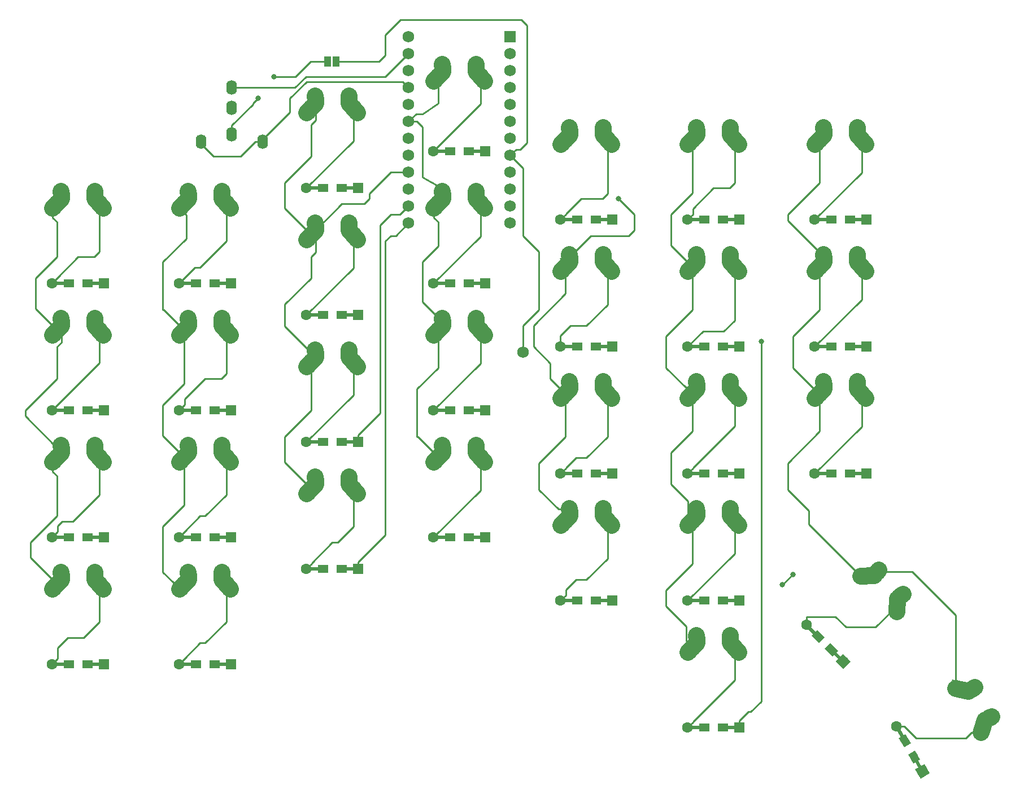
<source format=gtl>
G04 #@! TF.GenerationSoftware,KiCad,Pcbnew,(5.1.2)-2*
G04 #@! TF.CreationDate,2019-06-19T23:20:38-05:00*
G04 #@! TF.ProjectId,BlastersRev2,426c6173-7465-4727-9352-6576322e6b69,rev?*
G04 #@! TF.SameCoordinates,Original*
G04 #@! TF.FileFunction,Copper,L1,Top*
G04 #@! TF.FilePolarity,Positive*
%FSLAX46Y46*%
G04 Gerber Fmt 4.6, Leading zero omitted, Abs format (unit mm)*
G04 Created by KiCad (PCBNEW (5.1.2)-2) date 2019-06-19 23:20:38*
%MOMM*%
%LPD*%
G04 APERTURE LIST*
%ADD10C,1.752600*%
%ADD11R,1.000000X1.500000*%
%ADD12O,1.600000X2.200000*%
%ADD13R,2.900000X0.500000*%
%ADD14R,1.600000X1.600000*%
%ADD15C,1.600000*%
%ADD16R,1.600000X1.200000*%
%ADD17C,0.500000*%
%ADD18C,0.100000*%
%ADD19C,1.200000*%
%ADD20C,2.500000*%
%ADD21C,2.500000*%
%ADD22C,2.000000*%
%ADD23R,1.752600X1.752600*%
%ADD24C,0.800000*%
%ADD25C,0.250000*%
G04 APERTURE END LIST*
D10*
X133350000Y-104775000D03*
D11*
X104070000Y-61190000D03*
X105370000Y-61190000D03*
D12*
X94293750Y-73212500D03*
X85093750Y-73212500D03*
X89693750Y-72112500D03*
X89693750Y-65112500D03*
X89693750Y-68112500D03*
D13*
X145375000Y-84931250D03*
X140375000Y-84931250D03*
D14*
X146775000Y-84931250D03*
D15*
X138975000Y-84931250D03*
D16*
X141475000Y-84931250D03*
X144275000Y-84931250D03*
X144275000Y-103981250D03*
X141475000Y-103981250D03*
D15*
X138975000Y-103981250D03*
D14*
X146775000Y-103981250D03*
D13*
X140375000Y-103981250D03*
X145375000Y-103981250D03*
X145375000Y-123031250D03*
X140375000Y-123031250D03*
D14*
X146775000Y-123031250D03*
D15*
X138975000Y-123031250D03*
D16*
X141475000Y-123031250D03*
X144275000Y-123031250D03*
X144275000Y-142081250D03*
X141475000Y-142081250D03*
D15*
X138975000Y-142081250D03*
D14*
X146775000Y-142081250D03*
D13*
X140375000Y-142081250D03*
X145375000Y-142081250D03*
X164425000Y-84931250D03*
X159425000Y-84931250D03*
D14*
X165825000Y-84931250D03*
D15*
X158025000Y-84931250D03*
D16*
X160525000Y-84931250D03*
X163325000Y-84931250D03*
X163325000Y-103981250D03*
X160525000Y-103981250D03*
D15*
X158025000Y-103981250D03*
D14*
X165825000Y-103981250D03*
D13*
X159425000Y-103981250D03*
X164425000Y-103981250D03*
X164425000Y-123031250D03*
X159425000Y-123031250D03*
D14*
X165825000Y-123031250D03*
D15*
X158025000Y-123031250D03*
D16*
X160525000Y-123031250D03*
X163325000Y-123031250D03*
X163325000Y-142081250D03*
X160525000Y-142081250D03*
D15*
X158025000Y-142081250D03*
D14*
X165825000Y-142081250D03*
D13*
X159425000Y-142081250D03*
X164425000Y-142081250D03*
X164425000Y-161131250D03*
X159425000Y-161131250D03*
D14*
X165825000Y-161131250D03*
D15*
X158025000Y-161131250D03*
D16*
X160525000Y-161131250D03*
X163325000Y-161131250D03*
X182375000Y-84931250D03*
X179575000Y-84931250D03*
D15*
X177075000Y-84931250D03*
D14*
X184875000Y-84931250D03*
D13*
X178475000Y-84931250D03*
X183475000Y-84931250D03*
X183475000Y-103981250D03*
X178475000Y-103981250D03*
D14*
X184875000Y-103981250D03*
D15*
X177075000Y-103981250D03*
D16*
X179575000Y-103981250D03*
X182375000Y-103981250D03*
X182375000Y-123031250D03*
X179575000Y-123031250D03*
D15*
X177075000Y-123031250D03*
D14*
X184875000Y-123031250D03*
D13*
X178475000Y-123031250D03*
X183475000Y-123031250D03*
D17*
X192543750Y-166471314D03*
D18*
G36*
X191602244Y-165340577D02*
G01*
X192035256Y-165090577D01*
X193485256Y-167602051D01*
X193052244Y-167852051D01*
X191602244Y-165340577D01*
X191602244Y-165340577D01*
G37*
D17*
X190043750Y-162141186D03*
D18*
G36*
X189102244Y-161010449D02*
G01*
X189535256Y-160760449D01*
X190985256Y-163271923D01*
X190552244Y-163521923D01*
X189102244Y-161010449D01*
X189102244Y-161010449D01*
G37*
D15*
X193243750Y-167683749D03*
D18*
G36*
X192150930Y-167390929D02*
G01*
X193536570Y-166590929D01*
X194336570Y-167976569D01*
X192950930Y-168776569D01*
X192150930Y-167390929D01*
X192150930Y-167390929D01*
G37*
D15*
X189343750Y-160928751D03*
D19*
X190593750Y-163093814D03*
D18*
G36*
X189674135Y-162700994D02*
G01*
X190713365Y-162100994D01*
X191513365Y-163486634D01*
X190474135Y-164086634D01*
X189674135Y-162700994D01*
X189674135Y-162700994D01*
G37*
D19*
X191993750Y-165518686D03*
D18*
G36*
X191074135Y-165125866D02*
G01*
X192113365Y-164525866D01*
X192913365Y-165911506D01*
X191874135Y-166511506D01*
X191074135Y-165125866D01*
X191074135Y-165125866D01*
G37*
D16*
X68075000Y-113506250D03*
X65275000Y-113506250D03*
D15*
X62775000Y-113506250D03*
D14*
X70575000Y-113506250D03*
D13*
X64175000Y-113506250D03*
X69175000Y-113506250D03*
X126325000Y-113506250D03*
X121325000Y-113506250D03*
D14*
X127725000Y-113506250D03*
D15*
X119925000Y-113506250D03*
D16*
X122425000Y-113506250D03*
X125225000Y-113506250D03*
X125225000Y-132556250D03*
X122425000Y-132556250D03*
D15*
X119925000Y-132556250D03*
D14*
X127725000Y-132556250D03*
D13*
X121325000Y-132556250D03*
X126325000Y-132556250D03*
D17*
X180361517Y-150199017D03*
D18*
G36*
X179159435Y-149350489D02*
G01*
X179512989Y-148996935D01*
X181563599Y-151047545D01*
X181210045Y-151401099D01*
X179159435Y-149350489D01*
X179159435Y-149350489D01*
G37*
D17*
X176825983Y-146663483D03*
D18*
G36*
X175623901Y-145814955D02*
G01*
X175977455Y-145461401D01*
X178028065Y-147512011D01*
X177674511Y-147865565D01*
X175623901Y-145814955D01*
X175623901Y-145814955D01*
G37*
D15*
X181351466Y-151188966D03*
D18*
G36*
X180220095Y-151188966D02*
G01*
X181351466Y-150057595D01*
X182482837Y-151188966D01*
X181351466Y-152320337D01*
X180220095Y-151188966D01*
X180220095Y-151188966D01*
G37*
D15*
X175836034Y-145673534D03*
D19*
X177603801Y-147441301D03*
D18*
G36*
X176613852Y-147299880D02*
G01*
X177462380Y-146451352D01*
X178593750Y-147582722D01*
X177745222Y-148431250D01*
X176613852Y-147299880D01*
X176613852Y-147299880D01*
G37*
D19*
X179583699Y-149421199D03*
D18*
G36*
X178593750Y-149279778D02*
G01*
X179442278Y-148431250D01*
X180573648Y-149562620D01*
X179725120Y-150411148D01*
X178593750Y-149279778D01*
X178593750Y-149279778D01*
G37*
D16*
X68075000Y-94456250D03*
X65275000Y-94456250D03*
D15*
X62775000Y-94456250D03*
D14*
X70575000Y-94456250D03*
D13*
X64175000Y-94456250D03*
X69175000Y-94456250D03*
X69175000Y-132556250D03*
X64175000Y-132556250D03*
D14*
X70575000Y-132556250D03*
D15*
X62775000Y-132556250D03*
D16*
X65275000Y-132556250D03*
X68075000Y-132556250D03*
X68075000Y-151606250D03*
X65275000Y-151606250D03*
D15*
X62775000Y-151606250D03*
D14*
X70575000Y-151606250D03*
D13*
X64175000Y-151606250D03*
X69175000Y-151606250D03*
X88225000Y-94456250D03*
X83225000Y-94456250D03*
D14*
X89625000Y-94456250D03*
D15*
X81825000Y-94456250D03*
D16*
X84325000Y-94456250D03*
X87125000Y-94456250D03*
X87125000Y-113506250D03*
X84325000Y-113506250D03*
D15*
X81825000Y-113506250D03*
D14*
X89625000Y-113506250D03*
D13*
X83225000Y-113506250D03*
X88225000Y-113506250D03*
X88225000Y-132556250D03*
X83225000Y-132556250D03*
D14*
X89625000Y-132556250D03*
D15*
X81825000Y-132556250D03*
D16*
X84325000Y-132556250D03*
X87125000Y-132556250D03*
X87125000Y-151606250D03*
X84325000Y-151606250D03*
D15*
X81825000Y-151606250D03*
D14*
X89625000Y-151606250D03*
D13*
X83225000Y-151606250D03*
X88225000Y-151606250D03*
D16*
X106175000Y-80168750D03*
X103375000Y-80168750D03*
D15*
X100875000Y-80168750D03*
D14*
X108675000Y-80168750D03*
D13*
X102275000Y-80168750D03*
X107275000Y-80168750D03*
X107275000Y-99218750D03*
X102275000Y-99218750D03*
D14*
X108675000Y-99218750D03*
D15*
X100875000Y-99218750D03*
D16*
X103375000Y-99218750D03*
X106175000Y-99218750D03*
X106175000Y-118268750D03*
X103375000Y-118268750D03*
D15*
X100875000Y-118268750D03*
D14*
X108675000Y-118268750D03*
D13*
X102275000Y-118268750D03*
X107275000Y-118268750D03*
X107275000Y-137318750D03*
X102275000Y-137318750D03*
D14*
X108675000Y-137318750D03*
D15*
X100875000Y-137318750D03*
D16*
X103375000Y-137318750D03*
X106175000Y-137318750D03*
D13*
X126325000Y-74612500D03*
X121325000Y-74612500D03*
D14*
X127725000Y-74612500D03*
D15*
X119925000Y-74612500D03*
D16*
X122425000Y-74612500D03*
X125225000Y-74612500D03*
X125225000Y-94456250D03*
X122425000Y-94456250D03*
D15*
X119925000Y-94456250D03*
D14*
X127725000Y-94456250D03*
D13*
X121325000Y-94456250D03*
X126325000Y-94456250D03*
D20*
X69195000Y-99985000D03*
D21*
X69214999Y-99695000D02*
X69175001Y-100275000D01*
D22*
X69175000Y-100275000D03*
X69215000Y-99695000D03*
X64175000Y-100775000D03*
X62865000Y-102235000D03*
X69175000Y-100775000D03*
X70485000Y-102235000D03*
X64175000Y-100275000D03*
X64135000Y-99695000D03*
D20*
X63520000Y-101505000D03*
D21*
X62865005Y-102235004D02*
X64174995Y-100774996D01*
D20*
X64155000Y-99985000D03*
D21*
X64135001Y-99695000D02*
X64174999Y-100275000D01*
D20*
X69830000Y-101505000D03*
D21*
X70484995Y-102235004D02*
X69175005Y-100774996D01*
D20*
X69195000Y-80935000D03*
D21*
X69214999Y-80645000D02*
X69175001Y-81225000D01*
D22*
X69175000Y-81225000D03*
X69215000Y-80645000D03*
X64175000Y-81725000D03*
X62865000Y-83185000D03*
X69175000Y-81725000D03*
X70485000Y-83185000D03*
X64175000Y-81225000D03*
X64135000Y-80645000D03*
D20*
X63520000Y-82455000D03*
D21*
X62865005Y-83185004D02*
X64174995Y-81724996D01*
D20*
X64155000Y-80935000D03*
D21*
X64135001Y-80645000D02*
X64174999Y-81225000D01*
D20*
X69830000Y-82455000D03*
D21*
X70484995Y-83185004D02*
X69175005Y-81724996D01*
D20*
X146030000Y-111030000D03*
D21*
X146684995Y-111760004D02*
X145375005Y-110299996D01*
D20*
X140355000Y-109510000D03*
D21*
X140335001Y-109220000D02*
X140374999Y-109800000D01*
D20*
X139720000Y-111030000D03*
D21*
X139065005Y-111760004D02*
X140374995Y-110299996D01*
D22*
X140335000Y-109220000D03*
X140375000Y-109800000D03*
X146685000Y-111760000D03*
X145375000Y-110300000D03*
X139065000Y-111760000D03*
X140375000Y-110300000D03*
X145415000Y-109220000D03*
X145375000Y-109800000D03*
D20*
X145395000Y-109510000D03*
D21*
X145414999Y-109220000D02*
X145375001Y-109800000D01*
D20*
X145395000Y-128560000D03*
D21*
X145414999Y-128270000D02*
X145375001Y-128850000D01*
D22*
X145375000Y-128850000D03*
X145415000Y-128270000D03*
X140375000Y-129350000D03*
X139065000Y-130810000D03*
X145375000Y-129350000D03*
X146685000Y-130810000D03*
X140375000Y-128850000D03*
X140335000Y-128270000D03*
D20*
X139720000Y-130080000D03*
D21*
X139065005Y-130810004D02*
X140374995Y-129349996D01*
D20*
X140355000Y-128560000D03*
D21*
X140335001Y-128270000D02*
X140374999Y-128850000D01*
D20*
X146030000Y-130080000D03*
D21*
X146684995Y-130810004D02*
X145375005Y-129349996D01*
D20*
X165080000Y-72930000D03*
D21*
X165734995Y-73660004D02*
X164425005Y-72199996D01*
D20*
X159405000Y-71410000D03*
D21*
X159385001Y-71120000D02*
X159424999Y-71700000D01*
D20*
X158770000Y-72930000D03*
D21*
X158115005Y-73660004D02*
X159424995Y-72199996D01*
D22*
X159385000Y-71120000D03*
X159425000Y-71700000D03*
X165735000Y-73660000D03*
X164425000Y-72200000D03*
X158115000Y-73660000D03*
X159425000Y-72200000D03*
X164465000Y-71120000D03*
X164425000Y-71700000D03*
D20*
X164445000Y-71410000D03*
D21*
X164464999Y-71120000D02*
X164425001Y-71700000D01*
D20*
X164445000Y-90460000D03*
D21*
X164464999Y-90170000D02*
X164425001Y-90750000D01*
D22*
X164425000Y-90750000D03*
X164465000Y-90170000D03*
X159425000Y-91250000D03*
X158115000Y-92710000D03*
X164425000Y-91250000D03*
X165735000Y-92710000D03*
X159425000Y-90750000D03*
X159385000Y-90170000D03*
D20*
X158770000Y-91980000D03*
D21*
X158115005Y-92710004D02*
X159424995Y-91249996D01*
D20*
X159405000Y-90460000D03*
D21*
X159385001Y-90170000D02*
X159424999Y-90750000D01*
D20*
X165080000Y-91980000D03*
D21*
X165734995Y-92710004D02*
X164425005Y-91249996D01*
D20*
X165080000Y-111030000D03*
D21*
X165734995Y-111760004D02*
X164425005Y-110299996D01*
D20*
X159405000Y-109510000D03*
D21*
X159385001Y-109220000D02*
X159424999Y-109800000D01*
D20*
X158770000Y-111030000D03*
D21*
X158115005Y-111760004D02*
X159424995Y-110299996D01*
D22*
X159385000Y-109220000D03*
X159425000Y-109800000D03*
X165735000Y-111760000D03*
X164425000Y-110300000D03*
X158115000Y-111760000D03*
X159425000Y-110300000D03*
X164465000Y-109220000D03*
X164425000Y-109800000D03*
D20*
X164445000Y-109510000D03*
D21*
X164464999Y-109220000D02*
X164425001Y-109800000D01*
D20*
X164445000Y-128560000D03*
D21*
X164464999Y-128270000D02*
X164425001Y-128850000D01*
D22*
X164425000Y-128850000D03*
X164465000Y-128270000D03*
X159425000Y-129350000D03*
X158115000Y-130810000D03*
X164425000Y-129350000D03*
X165735000Y-130810000D03*
X159425000Y-128850000D03*
X159385000Y-128270000D03*
D20*
X158770000Y-130080000D03*
D21*
X158115005Y-130810004D02*
X159424995Y-129349996D01*
D20*
X159405000Y-128560000D03*
D21*
X159385001Y-128270000D02*
X159424999Y-128850000D01*
D20*
X165080000Y-130080000D03*
D21*
X165734995Y-130810004D02*
X164425005Y-129349996D01*
D20*
X165080000Y-149130000D03*
D21*
X165734995Y-149860004D02*
X164425005Y-148399996D01*
D20*
X159405000Y-147610000D03*
D21*
X159385001Y-147320000D02*
X159424999Y-147900000D01*
D20*
X158770000Y-149130000D03*
D21*
X158115005Y-149860004D02*
X159424995Y-148399996D01*
D22*
X159385000Y-147320000D03*
X159425000Y-147900000D03*
X165735000Y-149860000D03*
X164425000Y-148400000D03*
X158115000Y-149860000D03*
X159425000Y-148400000D03*
X164465000Y-147320000D03*
X164425000Y-147900000D03*
D20*
X164445000Y-147610000D03*
D21*
X164464999Y-147320000D02*
X164425001Y-147900000D01*
D20*
X183495000Y-71410000D03*
D21*
X183514999Y-71120000D02*
X183475001Y-71700000D01*
D22*
X183475000Y-71700000D03*
X183515000Y-71120000D03*
X178475000Y-72200000D03*
X177165000Y-73660000D03*
X183475000Y-72200000D03*
X184785000Y-73660000D03*
X178475000Y-71700000D03*
X178435000Y-71120000D03*
D20*
X177820000Y-72930000D03*
D21*
X177165005Y-73660004D02*
X178474995Y-72199996D01*
D20*
X178455000Y-71410000D03*
D21*
X178435001Y-71120000D02*
X178474999Y-71700000D01*
D20*
X184130000Y-72930000D03*
D21*
X184784995Y-73660004D02*
X183475005Y-72199996D01*
D20*
X184130000Y-91980000D03*
D21*
X184784995Y-92710004D02*
X183475005Y-91249996D01*
D20*
X178455000Y-90460000D03*
D21*
X178435001Y-90170000D02*
X178474999Y-90750000D01*
D20*
X177820000Y-91980000D03*
D21*
X177165005Y-92710004D02*
X178474995Y-91249996D01*
D22*
X178435000Y-90170000D03*
X178475000Y-90750000D03*
X184785000Y-92710000D03*
X183475000Y-91250000D03*
X177165000Y-92710000D03*
X178475000Y-91250000D03*
X183515000Y-90170000D03*
X183475000Y-90750000D03*
D20*
X183495000Y-90460000D03*
D21*
X183514999Y-90170000D02*
X183475001Y-90750000D01*
D20*
X184130000Y-111030000D03*
D21*
X184784995Y-111760004D02*
X183475005Y-110299996D01*
D20*
X178455000Y-109510000D03*
D21*
X178435001Y-109220000D02*
X178474999Y-109800000D01*
D20*
X177820000Y-111030000D03*
D21*
X177165005Y-111760004D02*
X178474995Y-110299996D01*
D22*
X178435000Y-109220000D03*
X178475000Y-109800000D03*
X184785000Y-111760000D03*
X183475000Y-110300000D03*
X177165000Y-111760000D03*
X178475000Y-110300000D03*
X183515000Y-109220000D03*
X183475000Y-109800000D03*
D20*
X183495000Y-109510000D03*
D21*
X183514999Y-109220000D02*
X183475001Y-109800000D01*
D20*
X189464261Y-142795183D03*
D21*
X189411222Y-143774526D02*
X189517300Y-141815840D01*
D20*
X186526232Y-137707549D03*
D21*
X186717152Y-137488346D02*
X186335312Y-137926752D01*
D20*
X185002417Y-138333339D03*
D21*
X184023074Y-138386378D02*
X185981760Y-138280300D01*
D22*
X186717151Y-137488346D03*
X186335314Y-137926753D03*
X189411228Y-143774526D03*
X189517294Y-141815840D03*
X184023074Y-138386372D03*
X185981760Y-138280306D03*
X190309254Y-141080449D03*
X189870847Y-141462286D03*
D20*
X190090051Y-141271368D03*
D21*
X190309254Y-141080448D02*
X189870848Y-141462288D01*
D20*
X203341962Y-159622184D03*
D21*
X203603109Y-159494504D02*
X203080815Y-159749864D01*
D22*
X203080813Y-159749864D03*
X203603109Y-159494505D03*
X200147802Y-155669736D03*
X198228405Y-155265243D03*
X202647802Y-159999864D03*
X202038405Y-161864357D03*
X200580814Y-155419736D03*
X201063109Y-155095095D03*
D20*
X199188103Y-155467490D03*
D21*
X198228403Y-155265249D02*
X200147803Y-155669731D01*
D20*
X200821962Y-155257416D03*
D21*
X201063110Y-155095096D02*
X200580814Y-155419736D01*
D20*
X202343103Y-160932110D03*
D21*
X202038398Y-161864355D02*
X202647808Y-159999865D01*
D20*
X146030000Y-72930000D03*
D21*
X146684995Y-73660004D02*
X145375005Y-72199996D01*
D20*
X140355000Y-71410000D03*
D21*
X140335001Y-71120000D02*
X140374999Y-71700000D01*
D20*
X139720000Y-72930000D03*
D21*
X139065005Y-73660004D02*
X140374995Y-72199996D01*
D22*
X140335000Y-71120000D03*
X140375000Y-71700000D03*
X146685000Y-73660000D03*
X145375000Y-72200000D03*
X139065000Y-73660000D03*
X140375000Y-72200000D03*
X145415000Y-71120000D03*
X145375000Y-71700000D03*
D20*
X145395000Y-71410000D03*
D21*
X145414999Y-71120000D02*
X145375001Y-71700000D01*
D20*
X145395000Y-90460000D03*
D21*
X145414999Y-90170000D02*
X145375001Y-90750000D01*
D22*
X145375000Y-90750000D03*
X145415000Y-90170000D03*
X140375000Y-91250000D03*
X139065000Y-92710000D03*
X145375000Y-91250000D03*
X146685000Y-92710000D03*
X140375000Y-90750000D03*
X140335000Y-90170000D03*
D20*
X139720000Y-91980000D03*
D21*
X139065005Y-92710004D02*
X140374995Y-91249996D01*
D20*
X140355000Y-90460000D03*
D21*
X140335001Y-90170000D02*
X140374999Y-90750000D01*
D20*
X146030000Y-91980000D03*
D21*
X146684995Y-92710004D02*
X145375005Y-91249996D01*
D20*
X126980000Y-82455000D03*
D21*
X127634995Y-83185004D02*
X126325005Y-81724996D01*
D20*
X121305000Y-80935000D03*
D21*
X121285001Y-80645000D02*
X121324999Y-81225000D01*
D20*
X120670000Y-82455000D03*
D21*
X120015005Y-83185004D02*
X121324995Y-81724996D01*
D22*
X121285000Y-80645000D03*
X121325000Y-81225000D03*
X127635000Y-83185000D03*
X126325000Y-81725000D03*
X120015000Y-83185000D03*
X121325000Y-81725000D03*
X126365000Y-80645000D03*
X126325000Y-81225000D03*
D20*
X126345000Y-80935000D03*
D21*
X126364999Y-80645000D02*
X126325001Y-81225000D01*
D20*
X126345000Y-99985000D03*
D21*
X126364999Y-99695000D02*
X126325001Y-100275000D01*
D22*
X126325000Y-100275000D03*
X126365000Y-99695000D03*
X121325000Y-100775000D03*
X120015000Y-102235000D03*
X126325000Y-100775000D03*
X127635000Y-102235000D03*
X121325000Y-100275000D03*
X121285000Y-99695000D03*
D20*
X120670000Y-101505000D03*
D21*
X120015005Y-102235004D02*
X121324995Y-100774996D01*
D20*
X121305000Y-99985000D03*
D21*
X121285001Y-99695000D02*
X121324999Y-100275000D01*
D20*
X126980000Y-101505000D03*
D21*
X127634995Y-102235004D02*
X126325005Y-100774996D01*
D20*
X69195000Y-119035000D03*
D21*
X69214999Y-118745000D02*
X69175001Y-119325000D01*
D22*
X69175000Y-119325000D03*
X69215000Y-118745000D03*
X64175000Y-119825000D03*
X62865000Y-121285000D03*
X69175000Y-119825000D03*
X70485000Y-121285000D03*
X64175000Y-119325000D03*
X64135000Y-118745000D03*
D20*
X63520000Y-120555000D03*
D21*
X62865005Y-121285004D02*
X64174995Y-119824996D01*
D20*
X64155000Y-119035000D03*
D21*
X64135001Y-118745000D02*
X64174999Y-119325000D01*
D20*
X69830000Y-120555000D03*
D21*
X70484995Y-121285004D02*
X69175005Y-119824996D01*
D20*
X69830000Y-139605000D03*
D21*
X70484995Y-140335004D02*
X69175005Y-138874996D01*
D20*
X64155000Y-138085000D03*
D21*
X64135001Y-137795000D02*
X64174999Y-138375000D01*
D20*
X63520000Y-139605000D03*
D21*
X62865005Y-140335004D02*
X64174995Y-138874996D01*
D22*
X64135000Y-137795000D03*
X64175000Y-138375000D03*
X70485000Y-140335000D03*
X69175000Y-138875000D03*
X62865000Y-140335000D03*
X64175000Y-138875000D03*
X69215000Y-137795000D03*
X69175000Y-138375000D03*
D20*
X69195000Y-138085000D03*
D21*
X69214999Y-137795000D02*
X69175001Y-138375000D01*
D20*
X88245000Y-80935000D03*
D21*
X88264999Y-80645000D02*
X88225001Y-81225000D01*
D22*
X88225000Y-81225000D03*
X88265000Y-80645000D03*
X83225000Y-81725000D03*
X81915000Y-83185000D03*
X88225000Y-81725000D03*
X89535000Y-83185000D03*
X83225000Y-81225000D03*
X83185000Y-80645000D03*
D20*
X82570000Y-82455000D03*
D21*
X81915005Y-83185004D02*
X83224995Y-81724996D01*
D20*
X83205000Y-80935000D03*
D21*
X83185001Y-80645000D02*
X83224999Y-81225000D01*
D20*
X88880000Y-82455000D03*
D21*
X89534995Y-83185004D02*
X88225005Y-81724996D01*
D20*
X88880000Y-101505000D03*
D21*
X89534995Y-102235004D02*
X88225005Y-100774996D01*
D20*
X83205000Y-99985000D03*
D21*
X83185001Y-99695000D02*
X83224999Y-100275000D01*
D20*
X82570000Y-101505000D03*
D21*
X81915005Y-102235004D02*
X83224995Y-100774996D01*
D22*
X83185000Y-99695000D03*
X83225000Y-100275000D03*
X89535000Y-102235000D03*
X88225000Y-100775000D03*
X81915000Y-102235000D03*
X83225000Y-100775000D03*
X88265000Y-99695000D03*
X88225000Y-100275000D03*
D20*
X88245000Y-99985000D03*
D21*
X88264999Y-99695000D02*
X88225001Y-100275000D01*
D20*
X88245000Y-119035000D03*
D21*
X88264999Y-118745000D02*
X88225001Y-119325000D01*
D22*
X88225000Y-119325000D03*
X88265000Y-118745000D03*
X83225000Y-119825000D03*
X81915000Y-121285000D03*
X88225000Y-119825000D03*
X89535000Y-121285000D03*
X83225000Y-119325000D03*
X83185000Y-118745000D03*
D20*
X82570000Y-120555000D03*
D21*
X81915005Y-121285004D02*
X83224995Y-119824996D01*
D20*
X83205000Y-119035000D03*
D21*
X83185001Y-118745000D02*
X83224999Y-119325000D01*
D20*
X88880000Y-120555000D03*
D21*
X89534995Y-121285004D02*
X88225005Y-119824996D01*
D20*
X88880000Y-139605000D03*
D21*
X89534995Y-140335004D02*
X88225005Y-138874996D01*
D20*
X83205000Y-138085000D03*
D21*
X83185001Y-137795000D02*
X83224999Y-138375000D01*
D20*
X82570000Y-139605000D03*
D21*
X81915005Y-140335004D02*
X83224995Y-138874996D01*
D22*
X83185000Y-137795000D03*
X83225000Y-138375000D03*
X89535000Y-140335000D03*
X88225000Y-138875000D03*
X81915000Y-140335000D03*
X83225000Y-138875000D03*
X88265000Y-137795000D03*
X88225000Y-138375000D03*
D20*
X88245000Y-138085000D03*
D21*
X88264999Y-137795000D02*
X88225001Y-138375000D01*
D20*
X107930000Y-68167500D03*
D21*
X108584995Y-68897504D02*
X107275005Y-67437496D01*
D20*
X102255000Y-66647500D03*
D21*
X102235001Y-66357500D02*
X102274999Y-66937500D01*
D20*
X101620000Y-68167500D03*
D21*
X100965005Y-68897504D02*
X102274995Y-67437496D01*
D22*
X102235000Y-66357500D03*
X102275000Y-66937500D03*
X108585000Y-68897500D03*
X107275000Y-67437500D03*
X100965000Y-68897500D03*
X102275000Y-67437500D03*
X107315000Y-66357500D03*
X107275000Y-66937500D03*
D20*
X107295000Y-66647500D03*
D21*
X107314999Y-66357500D02*
X107275001Y-66937500D01*
D20*
X107295000Y-85697500D03*
D21*
X107314999Y-85407500D02*
X107275001Y-85987500D01*
D22*
X107275000Y-85987500D03*
X107315000Y-85407500D03*
X102275000Y-86487500D03*
X100965000Y-87947500D03*
X107275000Y-86487500D03*
X108585000Y-87947500D03*
X102275000Y-85987500D03*
X102235000Y-85407500D03*
D20*
X101620000Y-87217500D03*
D21*
X100965005Y-87947504D02*
X102274995Y-86487496D01*
D20*
X102255000Y-85697500D03*
D21*
X102235001Y-85407500D02*
X102274999Y-85987500D01*
D20*
X107930000Y-87217500D03*
D21*
X108584995Y-87947504D02*
X107275005Y-86487496D01*
D20*
X107930000Y-106267500D03*
D21*
X108584995Y-106997504D02*
X107275005Y-105537496D01*
D20*
X102255000Y-104747500D03*
D21*
X102235001Y-104457500D02*
X102274999Y-105037500D01*
D20*
X101620000Y-106267500D03*
D21*
X100965005Y-106997504D02*
X102274995Y-105537496D01*
D22*
X102235000Y-104457500D03*
X102275000Y-105037500D03*
X108585000Y-106997500D03*
X107275000Y-105537500D03*
X100965000Y-106997500D03*
X102275000Y-105537500D03*
X107315000Y-104457500D03*
X107275000Y-105037500D03*
D20*
X107295000Y-104747500D03*
D21*
X107314999Y-104457500D02*
X107275001Y-105037500D01*
D20*
X107295000Y-123797500D03*
D21*
X107314999Y-123507500D02*
X107275001Y-124087500D01*
D22*
X107275000Y-124087500D03*
X107315000Y-123507500D03*
X102275000Y-124587500D03*
X100965000Y-126047500D03*
X107275000Y-124587500D03*
X108585000Y-126047500D03*
X102275000Y-124087500D03*
X102235000Y-123507500D03*
D20*
X101620000Y-125317500D03*
D21*
X100965005Y-126047504D02*
X102274995Y-124587496D01*
D20*
X102255000Y-123797500D03*
D21*
X102235001Y-123507500D02*
X102274999Y-124087500D01*
D20*
X107930000Y-125317500D03*
D21*
X108584995Y-126047504D02*
X107275005Y-124587496D01*
D20*
X126345000Y-61885000D03*
D21*
X126364999Y-61595000D02*
X126325001Y-62175000D01*
D22*
X126325000Y-62175000D03*
X126365000Y-61595000D03*
X121325000Y-62675000D03*
X120015000Y-64135000D03*
X126325000Y-62675000D03*
X127635000Y-64135000D03*
X121325000Y-62175000D03*
X121285000Y-61595000D03*
D20*
X120670000Y-63405000D03*
D21*
X120015005Y-64135004D02*
X121324995Y-62674996D01*
D20*
X121305000Y-61885000D03*
D21*
X121285001Y-61595000D02*
X121324999Y-62175000D01*
D20*
X126980000Y-63405000D03*
D21*
X127634995Y-64135004D02*
X126325005Y-62674996D01*
D20*
X126345000Y-119035000D03*
D21*
X126364999Y-118745000D02*
X126325001Y-119325000D01*
D22*
X126325000Y-119325000D03*
X126365000Y-118745000D03*
X121325000Y-119825000D03*
X120015000Y-121285000D03*
X126325000Y-119825000D03*
X127635000Y-121285000D03*
X121325000Y-119325000D03*
X121285000Y-118745000D03*
D20*
X120670000Y-120555000D03*
D21*
X120015005Y-121285004D02*
X121324995Y-119824996D01*
D20*
X121305000Y-119035000D03*
D21*
X121285001Y-118745000D02*
X121324999Y-119325000D01*
D20*
X126980000Y-120555000D03*
D21*
X127634995Y-121285004D02*
X126325005Y-119824996D01*
D23*
X131445000Y-57467500D03*
D10*
X131445000Y-60007500D03*
X131445000Y-62547500D03*
X131445000Y-65087500D03*
X131445000Y-67627500D03*
X131445000Y-70167500D03*
X131445000Y-72707500D03*
X131445000Y-75247500D03*
X131445000Y-77787500D03*
X131445000Y-80327500D03*
X131445000Y-82867500D03*
X116205000Y-85407500D03*
X116205000Y-82867500D03*
X116205000Y-80327500D03*
X116205000Y-77787500D03*
X116205000Y-75247500D03*
X116205000Y-72707500D03*
X116205000Y-70167500D03*
X116205000Y-67627500D03*
X116205000Y-65087500D03*
X116205000Y-62547500D03*
X116205000Y-60007500D03*
X131445000Y-85407500D03*
X116205000Y-57467500D03*
D24*
X147637500Y-81756250D03*
X172243750Y-139700000D03*
X173831250Y-138112500D03*
X169068750Y-103187500D03*
X93662500Y-66675000D03*
X96043750Y-63500000D03*
D25*
X126980000Y-125501250D02*
X126980000Y-120555000D01*
X119925000Y-132556250D02*
X126980000Y-125501250D01*
X120015000Y-84599213D02*
X120650000Y-85234213D01*
X120015000Y-83185000D02*
X120015000Y-84599213D01*
X120650000Y-85234213D02*
X120650000Y-88900000D01*
X120650000Y-88900000D02*
X118268750Y-91281250D01*
X120325001Y-99275001D02*
X121325000Y-100275000D01*
X118268750Y-97218750D02*
X120325001Y-99275001D01*
X118268750Y-91281250D02*
X118268750Y-97218750D01*
X120670000Y-101505000D02*
X120670000Y-107136250D01*
X120670000Y-107136250D02*
X117475000Y-110331250D01*
X117475000Y-110331250D02*
X117475000Y-117475000D01*
X117590000Y-117475000D02*
X120670000Y-120555000D01*
X117475000Y-117475000D02*
X117590000Y-117475000D01*
X122312969Y-80812031D02*
X120670000Y-82455000D01*
X118268750Y-78581250D02*
X122312969Y-80812031D01*
X120670000Y-63405000D02*
X120670000Y-67488750D01*
X120670000Y-67488750D02*
X118268750Y-69056250D01*
X117316250Y-69056250D02*
X116205000Y-70167500D01*
X118268750Y-69056250D02*
X117316250Y-69056250D01*
X118268750Y-70991975D02*
X118268750Y-72231250D01*
X117444275Y-70167500D02*
X118268750Y-70991975D01*
X116205000Y-70167500D02*
X117444275Y-70167500D01*
X118268750Y-72231250D02*
X118268750Y-78581250D01*
X60325000Y-98310000D02*
X63520000Y-101505000D01*
X60325000Y-93662500D02*
X60325000Y-98310000D01*
X63500000Y-90487500D02*
X60325000Y-93662500D01*
X63500000Y-85234213D02*
X63500000Y-90487500D01*
X62865000Y-83185000D02*
X62865000Y-84599213D01*
X62865000Y-84599213D02*
X63500000Y-85234213D01*
X64155000Y-99985000D02*
X64155000Y-103326250D01*
X64155000Y-103326250D02*
X63500000Y-103981250D01*
X63500000Y-103981250D02*
X63500000Y-108743750D01*
X63500000Y-108743750D02*
X58737500Y-113506250D01*
X63175001Y-118825001D02*
X64175000Y-119825000D01*
X58737500Y-114387500D02*
X63175001Y-118825001D01*
X58737500Y-113506250D02*
X58737500Y-114387500D01*
X62865000Y-122699213D02*
X63500000Y-123334213D01*
X62865000Y-121285000D02*
X62865000Y-122699213D01*
X63500000Y-123334213D02*
X63500000Y-129381250D01*
X63500000Y-129381250D02*
X59531250Y-133350000D01*
X59531250Y-135616250D02*
X63520000Y-139605000D01*
X59531250Y-133350000D02*
X59531250Y-135616250D01*
X63574999Y-93656251D02*
X63574999Y-93587501D01*
X62775000Y-94456250D02*
X63574999Y-93656251D01*
X63574999Y-93587501D02*
X66675000Y-90487500D01*
X66675000Y-90487500D02*
X69056250Y-90487500D01*
X69056250Y-90487500D02*
X69850000Y-89693750D01*
X69830000Y-89673750D02*
X69830000Y-82455000D01*
X69850000Y-89693750D02*
X69830000Y-89673750D01*
X126980000Y-65294487D02*
X126980000Y-63405000D01*
X126980000Y-67557500D02*
X126980000Y-65294487D01*
X119925000Y-74612500D02*
X126980000Y-67557500D01*
X102255000Y-66647500D02*
X102255000Y-69988750D01*
X102255000Y-69988750D02*
X101600000Y-70643750D01*
X101600000Y-70643750D02*
X101600000Y-75406250D01*
X101600000Y-75406250D02*
X97631250Y-79375000D01*
X97631250Y-83228750D02*
X101620000Y-87217500D01*
X97631250Y-79375000D02*
X97631250Y-83228750D01*
X102275000Y-86487500D02*
X102275000Y-89812500D01*
X102275000Y-89812500D02*
X101600000Y-90487500D01*
X101600000Y-90487500D02*
X101600000Y-93662500D01*
X101600000Y-93662500D02*
X97631250Y-97631250D01*
X97631250Y-100893750D02*
X102275000Y-105537500D01*
X97631250Y-97631250D02*
X97631250Y-100893750D01*
X101620000Y-106267500D02*
X101620000Y-113486250D01*
X101620000Y-113486250D02*
X97631250Y-117475000D01*
X97631250Y-121328750D02*
X101620000Y-125317500D01*
X97631250Y-117475000D02*
X97631250Y-121328750D01*
X102275000Y-86487500D02*
X106212500Y-82550000D01*
X106212500Y-82550000D02*
X109537500Y-82550000D01*
X109537500Y-82550000D02*
X110331250Y-81756250D01*
X110331250Y-81756250D02*
X110331250Y-80962500D01*
X110331250Y-80962500D02*
X113506250Y-77787500D01*
X113506250Y-77787500D02*
X116205000Y-77787500D01*
X107930000Y-130988750D02*
X107930000Y-125317500D01*
X105568750Y-133350000D02*
X107930000Y-130988750D01*
X104775000Y-133350000D02*
X105568750Y-133350000D01*
X101674999Y-136450001D02*
X104775000Y-133350000D01*
X100875000Y-137318750D02*
X101674999Y-136518751D01*
X101674999Y-136518751D02*
X101674999Y-136450001D01*
X107930000Y-111213750D02*
X107930000Y-106267500D01*
X100875000Y-118268750D02*
X107930000Y-111213750D01*
X107930000Y-92163750D02*
X107930000Y-87217500D01*
X100875000Y-99218750D02*
X107930000Y-92163750D01*
X107930000Y-73113750D02*
X107930000Y-68167500D01*
X100875000Y-80168750D02*
X107930000Y-73113750D01*
X80915001Y-139335001D02*
X81915000Y-140335000D01*
X79375000Y-137795000D02*
X80915001Y-139335001D01*
X79375000Y-130968750D02*
X79375000Y-137795000D01*
X82570000Y-127773750D02*
X79375000Y-130968750D01*
X82570000Y-120555000D02*
X82570000Y-127773750D01*
X82570000Y-101505000D02*
X82570000Y-109517500D01*
X82570000Y-109517500D02*
X79375000Y-112712500D01*
X79375000Y-117360000D02*
X82570000Y-120555000D01*
X79375000Y-112712500D02*
X79375000Y-117360000D01*
X82914999Y-84184999D02*
X82914999Y-87741251D01*
X81915000Y-83185000D02*
X82914999Y-84184999D01*
X82914999Y-87741251D02*
X79375000Y-91281250D01*
X79375000Y-91281250D02*
X79375000Y-98425000D01*
X79490000Y-98425000D02*
X82570000Y-101505000D01*
X79375000Y-98425000D02*
X79490000Y-98425000D01*
X82624999Y-150806251D02*
X82624999Y-150737501D01*
X81825000Y-151606250D02*
X82624999Y-150806251D01*
X82624999Y-150737501D02*
X84931250Y-148431250D01*
X84931250Y-148431250D02*
X85725000Y-148431250D01*
X88880000Y-145276250D02*
X88880000Y-139605000D01*
X85725000Y-148431250D02*
X88880000Y-145276250D01*
X88880000Y-122444487D02*
X88880000Y-120555000D01*
X82624999Y-131756251D02*
X82624999Y-131687501D01*
X82624999Y-131687501D02*
X84931250Y-129381250D01*
X84931250Y-129381250D02*
X85725000Y-129381250D01*
X85725000Y-129381250D02*
X88880000Y-126226250D01*
X81825000Y-132556250D02*
X82624999Y-131756251D01*
X88880000Y-126226250D02*
X88880000Y-122444487D01*
X82624999Y-112706251D02*
X82624999Y-111843751D01*
X81825000Y-113506250D02*
X82624999Y-112706251D01*
X82624999Y-111843751D02*
X85725000Y-108743750D01*
X85725000Y-108743750D02*
X88106250Y-108743750D01*
X88880000Y-103394487D02*
X88880000Y-101505000D01*
X88880000Y-107970000D02*
X88880000Y-103394487D01*
X88106250Y-108743750D02*
X88880000Y-107970000D01*
X82624999Y-93656251D02*
X82624999Y-93587501D01*
X81825000Y-94456250D02*
X82624999Y-93656251D01*
X82624999Y-93587501D02*
X84137500Y-92075000D01*
X84137500Y-92075000D02*
X84931250Y-92075000D01*
X88880000Y-88126250D02*
X88880000Y-82455000D01*
X84931250Y-92075000D02*
X88880000Y-88126250D01*
X69830000Y-145276250D02*
X69830000Y-139605000D01*
X67468750Y-147637500D02*
X69830000Y-145276250D01*
X65087500Y-147637500D02*
X67468750Y-147637500D01*
X63574999Y-149150001D02*
X65087500Y-147637500D01*
X62775000Y-151606250D02*
X63574999Y-150806251D01*
X63574999Y-150806251D02*
X63574999Y-149150001D01*
X69830000Y-126226250D02*
X69830000Y-120555000D01*
X65881250Y-130175000D02*
X69830000Y-126226250D01*
X64293750Y-130175000D02*
X65881250Y-130175000D01*
X63574999Y-130893751D02*
X64293750Y-130175000D01*
X62775000Y-132556250D02*
X63574999Y-131756251D01*
X63574999Y-131756251D02*
X63574999Y-130893751D01*
X69830000Y-106382500D02*
X69830000Y-101505000D01*
X63574999Y-112637501D02*
X69830000Y-106382500D01*
X62775000Y-113506250D02*
X63574999Y-112706251D01*
X63574999Y-112706251D02*
X63574999Y-112637501D01*
X126980000Y-106451250D02*
X126980000Y-101505000D01*
X119925000Y-113506250D02*
X126980000Y-106451250D01*
X126980000Y-87401250D02*
X126980000Y-82455000D01*
X119925000Y-94456250D02*
X126980000Y-87401250D01*
X146030000Y-93869487D02*
X146030000Y-91980000D01*
X146030000Y-97651250D02*
X146030000Y-93869487D01*
X142875000Y-100806250D02*
X146030000Y-97651250D01*
X140493750Y-100806250D02*
X142875000Y-100806250D01*
X138975000Y-102325000D02*
X140493750Y-100806250D01*
X138975000Y-103981250D02*
X138975000Y-102325000D01*
X139375001Y-128350001D02*
X138668751Y-128350001D01*
X140375000Y-129350000D02*
X139375001Y-128350001D01*
X138668751Y-128350001D02*
X135731250Y-125412500D01*
X135731250Y-125412500D02*
X135731250Y-121443750D01*
X139720000Y-112919487D02*
X139720000Y-111030000D01*
X139720000Y-117455000D02*
X139720000Y-112919487D01*
X135731250Y-121443750D02*
X139720000Y-117455000D01*
X139065000Y-111760000D02*
X139065000Y-110345787D01*
X139720000Y-93869487D02*
X139720000Y-91980000D01*
X139720000Y-96023750D02*
X139720000Y-93869487D01*
X134937500Y-100806250D02*
X139720000Y-96023750D01*
X140375000Y-90750000D02*
X138960787Y-90750000D01*
X140355000Y-90460000D02*
X143502500Y-87312500D01*
X143502500Y-87312500D02*
X149225000Y-87312500D01*
X149225000Y-87312500D02*
X150018750Y-86518750D01*
X150018750Y-86518750D02*
X150018750Y-84137500D01*
X150018750Y-84137500D02*
X147637500Y-81756250D01*
X137462963Y-106506713D02*
X134937500Y-103981250D01*
X137462963Y-108743750D02*
X137462963Y-106506713D01*
X134937500Y-103981250D02*
X134937500Y-100806250D01*
X139065000Y-110345787D02*
X137462963Y-108743750D01*
X139774999Y-84131251D02*
X139774999Y-84062501D01*
X138975000Y-84931250D02*
X139774999Y-84131251D01*
X139774999Y-84062501D02*
X142081250Y-81756250D01*
X142081250Y-81756250D02*
X145256250Y-81756250D01*
X146030000Y-80982500D02*
X146030000Y-72930000D01*
X145256250Y-81756250D02*
X146030000Y-80982500D01*
X190475120Y-160928751D02*
X192265119Y-162718750D01*
X189343750Y-160928751D02*
X190475120Y-160928751D01*
X200624192Y-161864357D02*
X202038405Y-161864357D01*
X199769799Y-162718750D02*
X200624192Y-161864357D01*
X192265119Y-162718750D02*
X199769799Y-162718750D01*
X197739668Y-154019055D02*
X199188103Y-155467490D01*
X178455000Y-111145085D02*
X178455000Y-109510000D01*
X177820000Y-116661250D02*
X177820000Y-111030000D01*
X173037500Y-121443750D02*
X177820000Y-116661250D01*
X173037500Y-125412500D02*
X173037500Y-121443750D01*
X176212500Y-128587500D02*
X173037500Y-125412500D01*
X184023074Y-138386372D02*
X176212500Y-130575798D01*
X176212500Y-130575798D02*
X176212500Y-128587500D01*
X178475000Y-110300000D02*
X176975000Y-110300000D01*
X176975000Y-110300000D02*
X173831250Y-107156250D01*
X173831250Y-107156250D02*
X173831250Y-102393750D01*
X177820000Y-93869487D02*
X177820000Y-91980000D01*
X177820000Y-98405000D02*
X177820000Y-93869487D01*
X173831250Y-102393750D02*
X177820000Y-98405000D01*
X177820000Y-79355000D02*
X177820000Y-72930000D01*
X173037500Y-84137500D02*
X177820000Y-79355000D01*
X178455000Y-90460000D02*
X173037500Y-85042500D01*
X173037500Y-85042500D02*
X173037500Y-84137500D01*
X198228405Y-155265243D02*
X198228405Y-144253405D01*
X188046129Y-137707549D02*
X186526232Y-137707549D01*
X191682549Y-137707549D02*
X188046129Y-137707549D01*
X198228405Y-144253405D02*
X191682549Y-137707549D01*
X175836034Y-145673534D02*
X177603801Y-147441301D01*
X186209444Y-146050000D02*
X189464261Y-142795183D01*
X181768750Y-146050000D02*
X186209444Y-146050000D01*
X180181250Y-144462500D02*
X181768750Y-146050000D01*
X175915698Y-144462500D02*
X180181250Y-144462500D01*
X175836034Y-145673534D02*
X175836034Y-144542164D01*
X175836034Y-144542164D02*
X175915698Y-144462500D01*
X184130000Y-115976250D02*
X184130000Y-111030000D01*
X177075000Y-123031250D02*
X184130000Y-115976250D01*
X184130000Y-96926250D02*
X184130000Y-91980000D01*
X177075000Y-103981250D02*
X184130000Y-96926250D01*
X184130000Y-77876250D02*
X184130000Y-72930000D01*
X177075000Y-84931250D02*
X184130000Y-77876250D01*
X158770000Y-72930000D02*
X158770000Y-80942500D01*
X158770000Y-80942500D02*
X155575000Y-84137500D01*
X155575000Y-88785000D02*
X158770000Y-91980000D01*
X155575000Y-84137500D02*
X155575000Y-88785000D01*
X157814112Y-110074112D02*
X157699112Y-110074112D01*
X158770000Y-111030000D02*
X157814112Y-110074112D01*
X157699112Y-110074112D02*
X154781250Y-107156250D01*
X154781250Y-107156250D02*
X154781250Y-102393750D01*
X158770000Y-98405000D02*
X158770000Y-91980000D01*
X154781250Y-102393750D02*
X158770000Y-98405000D01*
X158115000Y-130810000D02*
X158115000Y-127158750D01*
X158115000Y-127158750D02*
X155575000Y-124618750D01*
X155575000Y-124618750D02*
X155575000Y-119856250D01*
X158770000Y-112919487D02*
X158770000Y-111030000D01*
X158770000Y-116661250D02*
X158770000Y-112919487D01*
X155575000Y-119856250D02*
X158770000Y-116661250D01*
X157814112Y-148174112D02*
X157814112Y-145907862D01*
X158770000Y-149130000D02*
X157814112Y-148174112D01*
X157814112Y-145907862D02*
X154781250Y-142875000D01*
X154781250Y-142875000D02*
X154781250Y-140493750D01*
X158770000Y-131969487D02*
X158770000Y-130080000D01*
X158770000Y-136505000D02*
X158770000Y-131969487D01*
X154781250Y-140493750D02*
X158770000Y-136505000D01*
X165080000Y-154007500D02*
X165080000Y-149130000D01*
X158824999Y-160262501D02*
X165080000Y-154007500D01*
X158025000Y-161131250D02*
X158824999Y-160331251D01*
X158824999Y-160331251D02*
X158824999Y-160262501D01*
X165080000Y-131969487D02*
X165080000Y-130080000D01*
X165080000Y-135026250D02*
X165080000Y-131969487D01*
X158025000Y-142081250D02*
X165080000Y-135026250D01*
X158824999Y-122231251D02*
X158824999Y-122162501D01*
X158025000Y-123031250D02*
X158824999Y-122231251D01*
X165080000Y-112919487D02*
X165080000Y-111030000D01*
X165080000Y-115907500D02*
X165080000Y-112919487D01*
X158824999Y-122162501D02*
X165080000Y-115907500D01*
X158025000Y-103981250D02*
X160337500Y-101668750D01*
X160337500Y-101668750D02*
X163443750Y-101668750D01*
X165080000Y-93869487D02*
X165080000Y-91980000D01*
X165080000Y-100032500D02*
X165080000Y-93869487D01*
X163443750Y-101668750D02*
X165080000Y-100032500D01*
X158824999Y-84131251D02*
X158824999Y-83268751D01*
X158025000Y-84931250D02*
X158824999Y-84131251D01*
X158824999Y-83268751D02*
X161925000Y-80168750D01*
X161925000Y-80168750D02*
X164306250Y-80168750D01*
X165080000Y-79395000D02*
X165080000Y-72930000D01*
X164306250Y-80168750D02*
X165080000Y-79395000D01*
X139774999Y-141281251D02*
X139774999Y-140418751D01*
X138975000Y-142081250D02*
X139774999Y-141281251D01*
X139774999Y-140418751D02*
X141287500Y-138906250D01*
X141287500Y-138906250D02*
X142875000Y-138906250D01*
X146030000Y-131969487D02*
X146030000Y-130080000D01*
X146030000Y-135751250D02*
X146030000Y-131969487D01*
X142875000Y-138906250D02*
X146030000Y-135751250D01*
X139774999Y-122231251D02*
X139774999Y-122162501D01*
X138975000Y-123031250D02*
X139774999Y-122231251D01*
X139774999Y-122162501D02*
X141287500Y-120650000D01*
X141287500Y-120650000D02*
X142875000Y-120650000D01*
X146030000Y-117495000D02*
X146030000Y-111030000D01*
X142875000Y-120650000D02*
X146030000Y-117495000D01*
X114300000Y-87312500D02*
X116205000Y-85407500D01*
X108675000Y-137318750D02*
X108675000Y-136268750D01*
X108675000Y-136268750D02*
X112712500Y-132231250D01*
X113506250Y-87312500D02*
X112712500Y-88106250D01*
X112712500Y-132231250D02*
X112712500Y-88106250D01*
X113506250Y-87312500D02*
X114300000Y-87312500D01*
X108675000Y-117218750D02*
X111918750Y-113975000D01*
X108675000Y-118268750D02*
X108675000Y-117218750D01*
X111918750Y-113975000D02*
X111918750Y-85725000D01*
X111918750Y-85725000D02*
X113506250Y-84137500D01*
X114935000Y-84137500D02*
X116205000Y-82867500D01*
X113506250Y-84137500D02*
X114935000Y-84137500D01*
X172243750Y-139700000D02*
X173831250Y-138112500D01*
X169068750Y-103187500D02*
X169068750Y-157162500D01*
X169068750Y-157162500D02*
X167481250Y-158750000D01*
X165825000Y-160081250D02*
X165825000Y-161131250D01*
X167156250Y-158750000D02*
X165825000Y-160081250D01*
X167481250Y-158750000D02*
X167156250Y-158750000D01*
X94293750Y-73212500D02*
X94293750Y-73512500D01*
X85093750Y-73512500D02*
X86987500Y-75406250D01*
X85093750Y-73212500D02*
X85093750Y-73512500D01*
X115328701Y-64211201D02*
X116205000Y-65087500D01*
X100888799Y-64211201D02*
X115328701Y-64211201D01*
X98425000Y-66675000D02*
X100888799Y-64211201D01*
X93243750Y-73212500D02*
X94293750Y-73212500D01*
X91050000Y-75406250D02*
X93243750Y-73212500D01*
X86987500Y-75406250D02*
X91050000Y-75406250D01*
X98425000Y-68781250D02*
X98425000Y-66675000D01*
X94293750Y-72912500D02*
X98425000Y-68781250D01*
X94293750Y-73212500D02*
X94293750Y-72912500D01*
X112712500Y-63500000D02*
X116205000Y-60007500D01*
X100806250Y-63500000D02*
X112712500Y-63500000D01*
X89693750Y-65112500D02*
X99193750Y-65112500D01*
X99193750Y-65112500D02*
X100806250Y-63500000D01*
X133350000Y-77152500D02*
X131445000Y-75247500D01*
X133350000Y-87312500D02*
X133350000Y-77152500D01*
X135731250Y-89693750D02*
X133350000Y-87312500D01*
X135731250Y-98425000D02*
X135731250Y-89693750D01*
X133350000Y-104775000D02*
X133350000Y-100806250D01*
X133350000Y-100806250D02*
X135731250Y-98425000D01*
X135731250Y-98425000D02*
X135731250Y-97631250D01*
X132321299Y-74371201D02*
X132958799Y-74371201D01*
X131445000Y-75247500D02*
X132321299Y-74371201D01*
X132958799Y-74371201D02*
X133980000Y-73350000D01*
X133980000Y-55810000D02*
X133980000Y-57760000D01*
X133080000Y-54910000D02*
X133980000Y-55810000D01*
X114990000Y-54910000D02*
X133080000Y-54910000D01*
X112690000Y-60270000D02*
X112690000Y-57210000D01*
X112690000Y-57210000D02*
X114990000Y-54910000D01*
X133980000Y-57760000D02*
X133980000Y-57610000D01*
X133980000Y-73350000D02*
X133980000Y-57760000D01*
X105370000Y-61190000D02*
X106120000Y-61190000D01*
X106120000Y-61190000D02*
X106150000Y-61160000D01*
X106150000Y-61160000D02*
X111800000Y-61160000D01*
X111800000Y-61160000D02*
X112690000Y-60270000D01*
X89693750Y-70762500D02*
X92868750Y-67587500D01*
X89693750Y-72112500D02*
X89693750Y-70762500D01*
X92868750Y-67587500D02*
X92868750Y-67468750D01*
X92868750Y-67468750D02*
X93662500Y-66675000D01*
X101528750Y-61190000D02*
X104070000Y-61190000D01*
X96043750Y-63500000D02*
X99218750Y-63500000D01*
X99218750Y-63500000D02*
X101528750Y-61190000D01*
M02*

</source>
